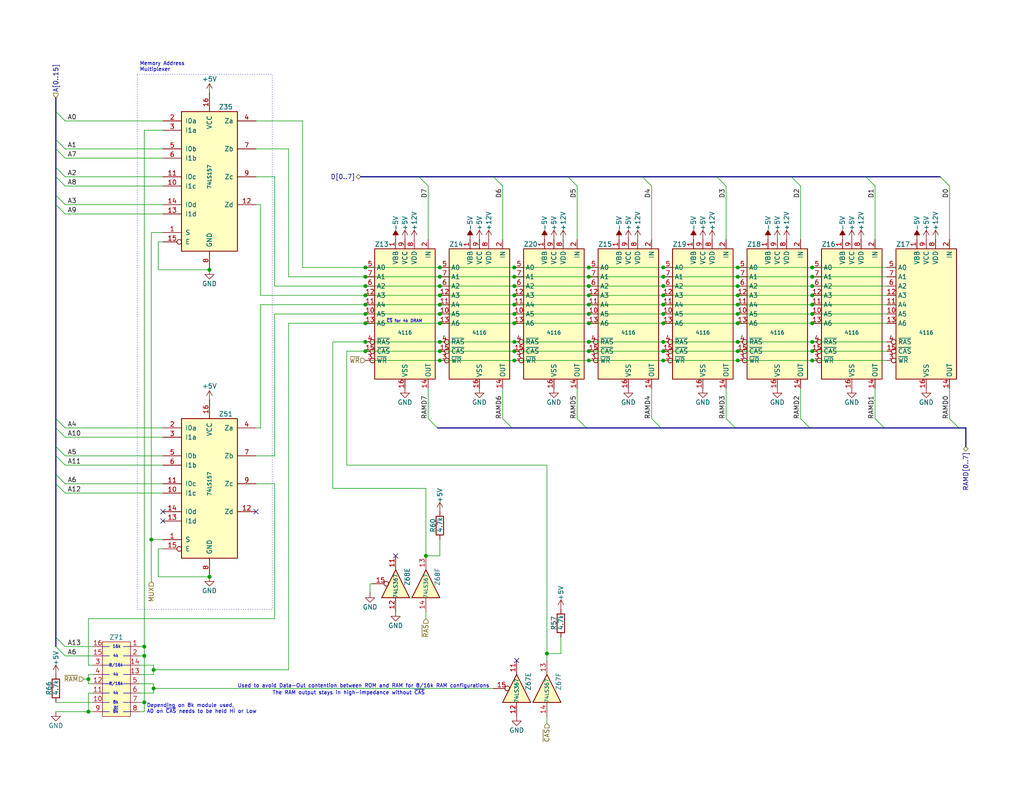
<source format=kicad_sch>
(kicad_sch (version 20231120) (generator "eeschema") (generator_version "8.0")
  (paper "USLetter")
  (title_block (title "TRS-80 Model I Rev E") (date "2024-11-23") (rev "E1A-E") (company "RetroStack - Marcel Erz") (comment 2 "RAM and data-bus gating") (comment 4 "RAM"))
  (lib_symbols
    (symbol "74xx:74LS157" (pin_names (offset 1.016))
      (property "Reference" "U" (at -7.62 19.05 0))
      (property "Value" "74LS157" (at -7.62 -21.59 0))
      (symbol "74LS157_1_0"
        (pin input line (at -12.7 -15.24 0) (length 5.08) (name "S") (number "1"))
        (pin input line (at -12.7 -2.54 0) (length 5.08) (name "I1c") (number "10"))
        (pin input line (at -12.7 0 0) (length 5.08) (name "I0c") (number "11"))
        (pin output line (at 12.7 -7.62 180) (length 5.08) (name "Zd") (number "12"))
        (pin input line (at -12.7 -10.16 0) (length 5.08) (name "I1d") (number "13"))
        (pin input line (at -12.7 -7.62 0) (length 5.08) (name "I0d") (number "14"))
        (pin input inverted (at -12.7 -17.78 0) (length 5.08) (name "E") (number "15"))
        (pin power_in line (at 0 22.86 270) (length 5.08) (name "VCC") (number "16"))
        (pin input line (at -12.7 15.24 0) (length 5.08) (name "I0a") (number "2"))
        (pin input line (at -12.7 12.7 0) (length 5.08) (name "I1a") (number "3"))
        (pin output line (at 12.7 15.24 180) (length 5.08) (name "Za") (number "4"))
        (pin input line (at -12.7 7.62 0) (length 5.08) (name "I0b") (number "5"))
        (pin input line (at -12.7 5.08 0) (length 5.08) (name "I1b") (number "6"))
        (pin output line (at 12.7 7.62 180) (length 5.08) (name "Zb") (number "7"))
        (pin power_in line (at 0 -25.4 90) (length 5.08) (name "GND") (number "8"))
        (pin output line (at 12.7 0 180) (length 5.08) (name "Zc") (number "9"))
      )
      (symbol "74LS157_1_1"
        (rectangle (start -7.62 17.78) (end 7.62 -20.32) (stroke (width 0.254)) (fill (type background)))
      )
    )
    (symbol "Device:R" (pin_numbers hide) (pin_names (offset 0))
      (property "Reference" "R" (at 2.032 0 90))
      (property "Value" "R" (at 0 0 90))
      (symbol "R_0_1"
        (rectangle (start -1.016 -2.54) (end 1.016 2.54) (stroke (width 0.254)))
      )
      (symbol "R_1_1"
        (pin passive line (at 0 3.81 270) (length 1.27) (name "~") (number "1"))
        (pin passive line (at 0 -3.81 90) (length 1.27) (name "~") (number "2"))
      )
    )
    (symbol "RetroStackLibrary:74LS367_Split" (pin_names (offset 1.016))
      (property "Reference" "U" (at 0 1.27 0))
      (property "Value" "74LS367" (at 0 -1.27 0))
      (symbol "74LS367_Split_1_0"
        (polyline (pts (xy -3.81 3.81) (xy -3.81 -3.81) (xy 3.81 0) (xy -3.81 3.81)) (stroke (width 0.254)) (fill (type background)))
        (pin input inverted (at 0 6.35 270) (length 4.445) (name "~") (number "1"))
        (pin input line (at -7.62 0 0) (length 3.81) (name "~") (number "2"))
        (pin tri_state line (at 7.62 0 180) (length 3.81) (name "~") (number "3"))
      )
      (symbol "74LS367_Split_2_0"
        (polyline (pts (xy -3.81 3.81) (xy -3.81 -3.81) (xy 3.81 0) (xy -3.81 3.81)) (stroke (width 0.254)) (fill (type background)))
        (pin input line (at -7.62 0 0) (length 3.81) (name "~") (number "4"))
        (pin tri_state line (at 7.62 0 180) (length 3.81) (name "~") (number "5"))
      )
      (symbol "74LS367_Split_3_0"
        (polyline (pts (xy -3.81 3.81) (xy -3.81 -3.81) (xy 3.81 0) (xy -3.81 3.81)) (stroke (width 0.254)) (fill (type background)))
        (pin input line (at -7.62 0 0) (length 3.81) (name "~") (number "6"))
        (pin tri_state line (at 7.62 0 180) (length 3.81) (name "~") (number "7"))
      )
      (symbol "74LS367_Split_4_0"
        (polyline (pts (xy -3.81 3.81) (xy -3.81 -3.81) (xy 3.81 0) (xy -3.81 3.81)) (stroke (width 0.254)) (fill (type background)))
        (pin input line (at -7.62 0 0) (length 3.81) (name "~") (number "10"))
        (pin tri_state line (at 7.62 0 180) (length 3.81) (name "~") (number "9"))
      )
      (symbol "74LS367_Split_5_0"
        (polyline (pts (xy -3.175 -2.54) (xy -3.175 -10.16) (xy 4.445 -6.35) (xy -3.175 -2.54)) (stroke (width 0.254)) (fill (type background)))
        (pin tri_state line (at 8.255 -6.35 180) (length 3.81) (name "~") (number "11"))
        (pin input line (at -6.985 -6.35 0) (length 3.81) (name "~") (number "12"))
        (pin input inverted (at 0.635 0 270) (length 4.445) (name "~") (number "15"))
      )
      (symbol "74LS367_Split_6_0"
        (polyline (pts (xy -3.81 3.81) (xy -3.81 -3.81) (xy 3.81 0) (xy -3.81 3.81)) (stroke (width 0.254)) (fill (type background)))
        (pin tri_state line (at 7.62 0 180) (length 3.81) (name "~") (number "13"))
        (pin input line (at -7.62 0 0) (length 3.81) (name "~") (number "14"))
      )
      (symbol "74LS367_Split_7_0"
        (pin power_in line (at 0 1.905 270) (length 5.08) (name "VCC") (number "16"))
        (pin power_in line (at 0 -23.495 90) (length 5.08) (name "GND") (number "8"))
      )
      (symbol "74LS367_Split_7_1"
        (rectangle (start -5.08 -3.175) (end 5.08 -18.415) (stroke (width 0.254)) (fill (type background)))
      )
    )
    (symbol "RetroStackLibrary:DRAM_4116"
      (property "Reference" "U" (at 0 0 0))
      (property "Value" "DRAM_4116" (at 0 0 0))
      (symbol "DRAM_4116_1_1"
        (rectangle (start -8.255 -4.445) (end 8.255 -40.005) (stroke (width 0.254)) (fill (type background)))
        (pin power_in line (at -2.54 -1.905 270) (length 2.54) (name "VBB") (number "1"))
        (pin input line (at -10.795 -22.225 0) (length 2.54) (name "A5") (number "10"))
        (pin input line (at -10.795 -19.685 0) (length 2.54) (name "A4") (number "11"))
        (pin input line (at -10.795 -17.145 0) (length 2.54) (name "A3") (number "12"))
        (pin input line (at -10.795 -24.765 0) (length 2.54) (name "A6") (number "13"))
        (pin tri_state line (at 6.35 -42.545 90) (length 2.54) (name "OUT") (number "14"))
        (pin input inverted (at -10.795 -32.385 0) (length 2.54) (name "~{CAS}") (number "15"))
        (pin power_in line (at 0 -42.545 90) (length 2.54) (name "VSS") (number "16"))
        (pin input line (at 6.35 -1.905 270) (length 2.54) (name "IN") (number "2"))
        (pin input inverted (at -10.795 -34.925 0) (length 2.54) (name "~{WR}") (number "3"))
        (pin input inverted (at -10.795 -29.845 0) (length 2.54) (name "~{RAS}") (number "4"))
        (pin input line (at -10.795 -9.525 0) (length 2.54) (name "A0") (number "5"))
        (pin input line (at -10.795 -14.605 0) (length 2.54) (name "A2") (number "6"))
        (pin input line (at -10.795 -12.065 0) (length 2.54) (name "A1") (number "7"))
        (pin power_in line (at 2.54 -1.905 270) (length 2.54) (name "VDD") (number "8"))
        (pin power_in line (at 0 -1.905 270) (length 2.54) (name "VCC") (number "9"))
      )
    )
    (symbol "RetroStackLibrary:TRS80_Model_I_X71"
      (property "Reference" "X" (at 0 0 0))
      (property "Value" "TRS80_Model_I_X71" (at 0 0 0))
      (symbol "TRS80_Model_I_X71_1_1"
        (rectangle (start -3.81 -1.27) (end 3.81 -21.59) (fill (type background)))
        (pin passive line (at 6.35 -2.54 180) (length 2.54) (name "~") (number "1"))
        (pin passive line (at -6.35 -17.78 0) (length 2.54) (name "~") (number "10"))
        (pin passive line (at -6.35 -15.24 0) (length 2.54) (name "~") (number "11"))
        (pin passive line (at -6.35 -12.7 0) (length 2.54) (name "~") (number "12"))
        (pin passive line (at 6.35 -10.16 180) (length 2.54) (name "~") (number "13"))
        (pin passive line (at 6.35 -7.62 180) (length 2.54) (name "~") (number "14"))
        (pin passive line (at -6.35 -5.08 0) (length 2.54) (name "~") (number "15"))
        (pin passive line (at -6.35 -2.54 0) (length 2.54) (name "~") (number "16"))
        (pin passive line (at 6.35 -5.08 180) (length 2.54) (name "~") (number "2"))
        (pin passive line (at -6.35 -7.62 0) (length 2.54) (name "~") (number "3"))
        (pin passive line (at -6.35 -10.16 0) (length 2.54) (name "~") (number "4"))
        (pin passive line (at 6.35 -12.7 180) (length 2.54) (name "~") (number "5"))
        (pin passive line (at 6.35 -15.24 180) (length 2.54) (name "~") (number "6"))
        (pin passive line (at 6.35 -17.78 180) (length 2.54) (name "~") (number "7"))
        (pin passive line (at 6.35 -20.32 180) (length 2.54) (name "~") (number "8"))
        (pin passive line (at -6.35 -20.32 0) (length 2.54) (name "~") (number "9"))
      )
    )
    (symbol "power:+12V" (power) (pin_numbers hide) (pin_names (offset 0) hide)
      (property "Value" "+12V" (at 0 3.556 0))
      (symbol "+12V_0_1"
        (polyline (pts (xy -0.762 1.27) (xy 0 2.54)))
        (polyline (pts (xy 0 0) (xy 0 2.54)))
        (polyline (pts (xy 0 2.54) (xy 0.762 1.27)))
      )
      (symbol "+12V_1_1"
        (pin power_in line (at 0 0 90) (length 0) (name "~") (number "1"))
      )
    )
    (symbol "power:+5V" (power) (pin_numbers hide) (pin_names (offset 0) hide)
      (property "Value" "+5V" (at 0 3.556 0))
      (symbol "+5V_0_1"
        (polyline (pts (xy -0.762 1.27) (xy 0 2.54)))
        (polyline (pts (xy 0 0) (xy 0 2.54)))
        (polyline (pts (xy 0 2.54) (xy 0.762 1.27)))
      )
      (symbol "+5V_1_1"
        (pin power_in line (at 0 0 90) (length 0) (name "~") (number "1"))
      )
    )
    (symbol "power:-5V" (power) (pin_numbers hide) (pin_names (offset 0) hide)
      (property "Value" "-5V" (at 0 3.556 0))
      (symbol "-5V_0_0"
        (pin power_in line (at 0 0 90) (length 0) (name "~") (number "1"))
      )
      (symbol "-5V_0_1"
        (polyline (pts (xy 0 0) (xy 0 1.27) (xy 0.762 1.27) (xy 0 2.54) (xy -0.762 1.27) (xy 0 1.27)) (fill (type outline)))
      )
    )
    (symbol "power:GND" (power) (pin_numbers hide) (pin_names (offset 0) hide)
      (property "Value" "GND" (at 0 -3.81 0))
      (symbol "GND_0_1"
        (polyline (pts (xy 0 0) (xy 0 -1.27) (xy 1.27 -1.27) (xy 0 -2.54) (xy -1.27 -1.27) (xy 0 -1.27)))
      )
      (symbol "GND_1_1"
        (pin power_in line (at 0 0 270) (length 0) (name "~") (number "1"))
      )
    )
  )
  (junction (at 116.205 151.765))
  (junction (at 201.295 83.185))
  (junction (at 140.335 98.425))
  (junction (at 140.335 93.345))
  (junction (at 41.275 147.32))
  (junction (at 120.015 85.725))
  (junction (at 160.655 75.565))
  (junction (at 201.295 88.265))
  (junction (at 221.615 88.265))
  (junction (at 180.975 98.425))
  (junction (at 180.975 73.025))
  (junction (at 221.615 75.565))
  (junction (at 57.15 73.66))
  (junction (at 140.335 78.105))
  (junction (at 99.695 85.725))
  (junction (at 180.975 78.105))
  (junction (at 221.615 83.185))
  (junction (at 201.295 95.885))
  (junction (at 221.615 80.645))
  (junction (at 140.335 95.885))
  (junction (at 221.615 95.885))
  (junction (at 99.695 93.345))
  (junction (at 180.975 83.185))
  (junction (at 201.295 78.105))
  (junction (at 99.695 75.565))
  (junction (at 140.335 75.565))
  (junction (at 160.655 83.185))
  (junction (at 39.37 176.53))
  (junction (at 24.13 194.31))
  (junction (at 41.91 182.88))
  (junction (at 221.615 73.025))
  (junction (at 99.695 78.105))
  (junction (at 140.335 83.185))
  (junction (at 160.655 95.885))
  (junction (at 99.695 83.185))
  (junction (at 180.975 80.645))
  (junction (at 120.015 83.185))
  (junction (at 160.655 98.425))
  (junction (at 39.37 179.07))
  (junction (at 99.695 88.265))
  (junction (at 201.295 98.425))
  (junction (at 160.655 85.725))
  (junction (at 180.975 88.265))
  (junction (at 221.615 93.345))
  (junction (at 221.615 85.725))
  (junction (at 140.335 85.725))
  (junction (at 24.13 185.42))
  (junction (at 140.335 80.645))
  (junction (at 160.655 78.105))
  (junction (at 99.695 80.645))
  (junction (at 160.655 93.345))
  (junction (at 201.295 93.345))
  (junction (at 221.615 78.105))
  (junction (at 201.295 85.725))
  (junction (at 120.015 73.025))
  (junction (at 39.37 191.77))
  (junction (at 99.695 73.025))
  (junction (at 140.335 88.265))
  (junction (at 120.015 75.565))
  (junction (at 160.655 80.645))
  (junction (at 180.975 93.345))
  (junction (at 221.615 98.425))
  (junction (at 140.335 73.025))
  (junction (at 201.295 75.565))
  (junction (at 99.695 95.885))
  (junction (at 120.015 88.265))
  (junction (at 41.91 187.96))
  (junction (at 180.975 75.565))
  (junction (at 201.295 73.025))
  (junction (at 160.655 88.265))
  (junction (at 120.015 98.425))
  (junction (at 149.225 178.435))
  (junction (at 120.015 95.885))
  (junction (at 160.655 73.025))
  (junction (at 120.015 93.345))
  (junction (at 120.015 80.645))
  (junction (at 57.15 157.48))
  (junction (at 201.295 80.645))
  (junction (at 180.975 85.725))
  (junction (at 120.015 78.105))
  (junction (at 180.975 95.885))
  (no_connect (at 107.95 151.765))
  (no_connect (at 44.45 139.7))
  (no_connect (at 69.85 139.7))
  (no_connect (at 140.97 180.34))
  (no_connect (at 44.45 142.24))
  (bus_entry (at 17.78 50.8) (size -2.54 -2.54))
  (bus_entry (at 238.76 114.3) (size 2.54 2.54))
  (bus_entry (at 116.84 50.8) (size -2.54 -2.54))
  (bus_entry (at 17.78 48.26) (size -2.54 -2.54))
  (bus_entry (at 17.78 124.46) (size -2.54 -2.54))
  (bus_entry (at 17.78 55.88) (size -2.54 -2.54))
  (bus_entry (at 198.12 114.3) (size 2.54 2.54))
  (bus_entry (at 17.78 179.07) (size -2.54 -2.54))
  (bus_entry (at 137.16 50.8) (size -2.54 -2.54))
  (bus_entry (at 17.78 176.53) (size -2.54 -2.54))
  (bus_entry (at 218.44 50.8) (size -2.54 -2.54))
  (bus_entry (at 17.78 119.38) (size -2.54 -2.54))
  (bus_entry (at 17.78 58.42) (size -2.54 -2.54))
  (bus_entry (at 157.48 114.3) (size 2.54 2.54))
  (bus_entry (at 17.78 43.18) (size -2.54 -2.54))
  (bus_entry (at 17.78 127) (size -2.54 -2.54))
  (bus_entry (at 17.78 116.84) (size -2.54 -2.54))
  (bus_entry (at 238.76 50.8) (size -2.54 -2.54))
  (bus_entry (at 218.44 114.3) (size 2.54 2.54))
  (bus_entry (at 17.78 33.02) (size -2.54 -2.54))
  (bus_entry (at 17.78 40.64) (size -2.54 -2.54))
  (bus_entry (at 137.16 114.3) (size 2.54 2.54))
  (bus_entry (at 177.8 114.3) (size 2.54 2.54))
  (bus_entry (at 17.78 134.62) (size -2.54 -2.54))
  (bus_entry (at 259.08 114.3) (size 2.54 2.54))
  (bus_entry (at 116.84 114.3) (size 2.54 2.54))
  (bus_entry (at 17.78 132.08) (size -2.54 -2.54))
  (bus_entry (at 198.12 50.8) (size -2.54 -2.54))
  (bus_entry (at 259.08 50.8) (size -2.54 -2.54))
  (bus_entry (at 177.8 50.8) (size -2.54 -2.54))
  (bus_entry (at 157.48 50.8) (size -2.54 -2.54))
  (wire (pts (xy 99.695 85.725) (xy 120.015 85.725)))
  (bus (pts (xy 180.34 116.84) (xy 200.66 116.84)))
  (wire (pts (xy 221.615 73.025) (xy 241.935 73.025)))
  (wire (pts (xy 78.74 88.265) (xy 78.74 182.88)))
  (wire (pts (xy 78.74 40.64) (xy 78.74 75.565)))
  (wire (pts (xy 41.275 63.5) (xy 41.275 147.32)))
  (wire (pts (xy 160.655 73.025) (xy 180.975 73.025)))
  (wire (pts (xy 140.335 80.645) (xy 160.655 80.645)))
  (wire (pts (xy 198.12 50.8) (xy 198.12 65.405)))
  (bus (pts (xy 241.3 116.84) (xy 261.62 116.84)))
  (wire (pts (xy 221.615 98.425) (xy 241.935 98.425)))
  (wire (pts (xy 140.335 83.185) (xy 160.655 83.185)))
  (wire (pts (xy 39.37 176.53) (xy 39.37 179.07)))
  (wire (pts (xy 24.13 185.42) (xy 24.13 184.15)))
  (wire (pts (xy 259.08 106.045) (xy 259.08 114.3)))
  (wire (pts (xy 69.85 33.02) (xy 82.55 33.02)))
  (wire (pts (xy 38.1 194.31) (xy 39.37 194.31)))
  (wire (pts (xy 201.295 73.025) (xy 221.615 73.025)))
  (wire (pts (xy 221.615 95.885) (xy 241.935 95.885)))
  (wire (pts (xy 69.85 48.26) (xy 74.93 48.26)))
  (wire (pts (xy 201.295 75.565) (xy 221.615 75.565)))
  (wire (pts (xy 90.805 93.345) (xy 99.695 93.345)))
  (wire (pts (xy 180.975 75.565) (xy 201.295 75.565)))
  (wire (pts (xy 41.91 182.88) (xy 78.74 182.88)))
  (bus (pts (xy 236.22 48.26) (xy 256.54 48.26)))
  (wire (pts (xy 120.015 85.725) (xy 140.335 85.725)))
  (wire (pts (xy 180.975 98.425) (xy 201.295 98.425)))
  (wire (pts (xy 221.615 80.645) (xy 241.935 80.645)))
  (wire (pts (xy 41.91 181.61) (xy 41.91 182.88)))
  (wire (pts (xy 160.655 93.345) (xy 180.975 93.345)))
  (wire (pts (xy 157.48 106.045) (xy 157.48 114.3)))
  (wire (pts (xy 160.655 85.725) (xy 180.975 85.725)))
  (wire (pts (xy 180.975 85.725) (xy 201.295 85.725)))
  (wire (pts (xy 41.91 189.23) (xy 38.1 189.23)))
  (wire (pts (xy 149.225 178.435) (xy 153.035 178.435)))
  (bus (pts (xy 119.38 116.84) (xy 139.7 116.84)))
  (wire (pts (xy 201.295 80.645) (xy 221.615 80.645)))
  (wire (pts (xy 160.655 98.425) (xy 180.975 98.425)))
  (wire (pts (xy 17.78 119.38) (xy 44.45 119.38)))
  (wire (pts (xy 149.225 178.435) (xy 149.225 180.34)))
  (bus (pts (xy 15.24 173.99) (xy 15.24 132.08)))
  (polyline (pts (xy 33.655 181.61) (xy 35.56 181.61)))
  (polyline (pts (xy 33.655 176.53) (xy 35.56 176.53)))
  (wire (pts (xy 99.695 83.185) (xy 120.015 83.185)))
  (wire (pts (xy 78.74 88.265) (xy 99.695 88.265)))
  (wire (pts (xy 41.275 147.32) (xy 44.45 147.32)))
  (wire (pts (xy 38.1 186.69) (xy 41.91 186.69)))
  (wire (pts (xy 180.975 88.265) (xy 201.295 88.265)))
  (wire (pts (xy 100.965 159.385) (xy 101.6 159.385)))
  (wire (pts (xy 22.86 185.42) (xy 24.13 185.42)))
  (wire (pts (xy 38.1 181.61) (xy 41.91 181.61)))
  (wire (pts (xy 17.78 58.42) (xy 44.45 58.42)))
  (wire (pts (xy 116.205 133.35) (xy 90.805 133.35)))
  (wire (pts (xy 116.84 106.045) (xy 116.84 114.3)))
  (bus (pts (xy 15.24 53.34) (xy 15.24 48.26)))
  (bus (pts (xy 220.98 116.84) (xy 241.3 116.84)))
  (wire (pts (xy 15.24 191.77) (xy 25.4 191.77)))
  (wire (pts (xy 149.225 127) (xy 149.225 178.435)))
  (wire (pts (xy 69.85 55.88) (xy 71.12 55.88)))
  (wire (pts (xy 201.295 98.425) (xy 221.615 98.425)))
  (bus (pts (xy 15.24 55.88) (xy 15.24 53.34)))
  (wire (pts (xy 41.91 187.96) (xy 41.91 189.23)))
  (wire (pts (xy 218.44 65.405) (xy 218.44 50.8)))
  (wire (pts (xy 140.335 95.885) (xy 160.655 95.885)))
  (wire (pts (xy 160.655 95.885) (xy 180.975 95.885)))
  (bus (pts (xy 263.525 116.84) (xy 263.525 121.92)))
  (wire (pts (xy 120.015 75.565) (xy 140.335 75.565)))
  (wire (pts (xy 71.12 116.84) (xy 69.85 116.84)))
  (wire (pts (xy 74.93 85.725) (xy 99.695 85.725)))
  (wire (pts (xy 120.015 93.345) (xy 140.335 93.345)))
  (polyline (pts (xy 33.655 186.69) (xy 35.56 186.69)))
  (wire (pts (xy 17.78 43.18) (xy 44.45 43.18)))
  (wire (pts (xy 43.18 66.04) (xy 44.45 66.04)))
  (bus (pts (xy 15.24 116.84) (xy 15.24 114.3)))
  (bus (pts (xy 15.24 114.3) (xy 15.24 55.88)))
  (wire (pts (xy 74.93 48.26) (xy 74.93 78.105)))
  (wire (pts (xy 120.015 98.425) (xy 140.335 98.425)))
  (wire (pts (xy 160.655 88.265) (xy 180.975 88.265)))
  (wire (pts (xy 140.335 73.025) (xy 160.655 73.025)))
  (wire (pts (xy 82.55 33.02) (xy 82.55 73.025)))
  (wire (pts (xy 17.78 40.64) (xy 44.45 40.64)))
  (bus (pts (xy 15.24 124.46) (xy 15.24 129.54)))
  (wire (pts (xy 201.295 88.265) (xy 221.615 88.265)))
  (wire (pts (xy 17.78 55.88) (xy 44.45 55.88)))
  (wire (pts (xy 137.16 106.045) (xy 137.16 114.3)))
  (wire (pts (xy 198.12 106.045) (xy 198.12 114.3)))
  (wire (pts (xy 177.8 106.045) (xy 177.8 114.3)))
  (bus (pts (xy 15.24 40.64) (xy 15.24 38.1)))
  (polyline (pts (xy 33.655 191.77) (xy 35.56 191.77)))
  (wire (pts (xy 160.655 83.185) (xy 180.975 83.185)))
  (wire (pts (xy 43.18 157.48) (xy 57.15 157.48)))
  (wire (pts (xy 24.13 181.61) (xy 25.4 181.61)))
  (wire (pts (xy 120.015 95.885) (xy 140.335 95.885)))
  (wire (pts (xy 17.78 124.46) (xy 44.45 124.46)))
  (polyline (pts (xy 33.655 189.23) (xy 35.56 189.23)))
  (wire (pts (xy 99.695 88.265) (xy 120.015 88.265)))
  (wire (pts (xy 116.205 168.91) (xy 116.205 167.005)))
  (wire (pts (xy 160.655 78.105) (xy 180.975 78.105)))
  (wire (pts (xy 218.44 106.045) (xy 218.44 114.3)))
  (wire (pts (xy 140.335 75.565) (xy 160.655 75.565)))
  (wire (pts (xy 39.37 179.07) (xy 39.37 191.77)))
  (wire (pts (xy 38.1 179.07) (xy 39.37 179.07)))
  (wire (pts (xy 17.78 50.8) (xy 44.45 50.8)))
  (bus (pts (xy 15.24 132.08) (xy 15.24 129.54)))
  (wire (pts (xy 71.12 83.185) (xy 99.695 83.185)))
  (wire (pts (xy 180.975 78.105) (xy 201.295 78.105)))
  (wire (pts (xy 17.78 176.53) (xy 25.4 176.53)))
  (wire (pts (xy 99.695 78.105) (xy 120.015 78.105)))
  (wire (pts (xy 17.78 33.02) (xy 44.45 33.02)))
  (wire (pts (xy 221.615 78.105) (xy 241.935 78.105)))
  (wire (pts (xy 71.12 55.88) (xy 71.12 80.645)))
  (wire (pts (xy 39.37 191.77) (xy 38.1 191.77)))
  (wire (pts (xy 94.615 95.885) (xy 99.695 95.885)))
  (wire (pts (xy 201.295 95.885) (xy 221.615 95.885)))
  (wire (pts (xy 120.015 73.025) (xy 140.335 73.025)))
  (wire (pts (xy 116.205 151.765) (xy 116.205 133.35)))
  (wire (pts (xy 120.015 80.645) (xy 140.335 80.645)))
  (wire (pts (xy 259.08 50.8) (xy 259.08 65.405)))
  (wire (pts (xy 99.695 93.345) (xy 120.015 93.345)))
  (wire (pts (xy 99.695 75.565) (xy 120.015 75.565)))
  (wire (pts (xy 24.13 189.23) (xy 24.13 194.31)))
  (bus (pts (xy 175.26 48.26) (xy 195.58 48.26)))
  (wire (pts (xy 201.295 78.105) (xy 221.615 78.105)))
  (bus (pts (xy 15.24 124.46) (xy 15.24 121.92)))
  (wire (pts (xy 43.18 149.86) (xy 44.45 149.86)))
  (wire (pts (xy 24.13 168.91) (xy 24.13 181.61)))
  (wire (pts (xy 120.015 88.265) (xy 140.335 88.265)))
  (wire (pts (xy 69.85 132.08) (xy 74.93 132.08)))
  (polyline (pts (xy 27.94 191.77) (xy 29.845 191.77)))
  (wire (pts (xy 38.1 176.53) (xy 39.37 176.53)))
  (wire (pts (xy 99.695 73.025) (xy 120.015 73.025)))
  (wire (pts (xy 74.93 168.91) (xy 24.13 168.91)))
  (wire (pts (xy 78.74 75.565) (xy 99.695 75.565)))
  (wire (pts (xy 180.975 80.645) (xy 201.295 80.645)))
  (wire (pts (xy 157.48 50.8) (xy 157.48 65.405)))
  (wire (pts (xy 17.78 127) (xy 44.45 127)))
  (wire (pts (xy 180.975 95.885) (xy 201.295 95.885)))
  (wire (pts (xy 116.84 50.8) (xy 116.84 65.405)))
  (bus (pts (xy 15.24 40.64) (xy 15.24 45.72)))
  (wire (pts (xy 99.695 95.885) (xy 120.015 95.885)))
  (polyline (pts (xy 27.94 181.61) (xy 29.845 181.61)))
  (wire (pts (xy 74.93 132.08) (xy 74.93 168.91)))
  (wire (pts (xy 41.275 147.32) (xy 41.275 158.75)))
  (wire (pts (xy 24.13 185.42) (xy 24.13 186.69)))
  (polyline (pts (xy 27.94 189.23) (xy 29.845 189.23)))
  (bus (pts (xy 15.24 173.99) (xy 15.24 176.53)))
  (bus (pts (xy 200.66 116.84) (xy 220.98 116.84)))
  (wire (pts (xy 39.37 194.31) (xy 39.37 191.77)))
  (wire (pts (xy 17.78 48.26) (xy 44.45 48.26)))
  (wire (pts (xy 153.035 173.99) (xy 153.035 178.435)))
  (wire (pts (xy 43.18 73.66) (xy 57.15 73.66)))
  (wire (pts (xy 94.615 127) (xy 149.225 127)))
  (wire (pts (xy 69.85 124.46) (xy 74.93 124.46)))
  (polyline (pts (xy 33.655 184.15) (xy 35.56 184.15)))
  (wire (pts (xy 74.93 78.105) (xy 99.695 78.105)))
  (wire (pts (xy 120.015 83.185) (xy 140.335 83.185)))
  (wire (pts (xy 201.295 93.345) (xy 221.615 93.345)))
  (polyline (pts (xy 27.94 176.53) (xy 29.845 176.53)))
  (bus (pts (xy 15.24 48.26) (xy 15.24 45.72)))
  (bus (pts (xy 114.3 48.26) (xy 134.62 48.26)))
  (wire (pts (xy 17.78 179.07) (xy 25.4 179.07)))
  (wire (pts (xy 120.015 78.105) (xy 140.335 78.105)))
  (wire (pts (xy 140.335 98.425) (xy 160.655 98.425)))
  (wire (pts (xy 221.615 75.565) (xy 241.935 75.565)))
  (bus (pts (xy 215.9 48.26) (xy 236.22 48.26)))
  (polyline (pts (xy 33.655 179.07) (xy 35.56 179.07)))
  (bus (pts (xy 154.94 48.26) (xy 175.26 48.26)))
  (wire (pts (xy 43.18 66.04) (xy 43.18 73.66)))
  (wire (pts (xy 137.16 65.405) (xy 137.16 50.8)))
  (wire (pts (xy 24.13 194.31) (xy 25.4 194.31)))
  (wire (pts (xy 221.615 85.725) (xy 241.935 85.725)))
  (wire (pts (xy 17.78 134.62) (xy 44.45 134.62)))
  (wire (pts (xy 180.975 83.185) (xy 201.295 83.185)))
  (wire (pts (xy 238.76 50.8) (xy 238.76 65.405)))
  (wire (pts (xy 238.76 106.045) (xy 238.76 114.3)))
  (wire (pts (xy 100.965 161.925) (xy 100.965 159.385)))
  (bus (pts (xy 15.24 38.1) (xy 15.24 30.48)))
  (bus (pts (xy 134.62 48.26) (xy 154.94 48.26)))
  (polyline (pts (xy 27.94 186.69) (xy 29.845 186.69)))
  (wire (pts (xy 221.615 83.185) (xy 241.935 83.185)))
  (wire (pts (xy 41.91 187.96) (xy 41.91 186.69)))
  (wire (pts (xy 82.55 73.025) (xy 99.695 73.025)))
  (wire (pts (xy 120.015 147.32) (xy 120.015 151.765)))
  (wire (pts (xy 39.37 35.56) (xy 39.37 176.53)))
  (wire (pts (xy 90.805 133.35) (xy 90.805 93.345)))
  (polyline (pts (xy 27.94 184.15) (xy 29.845 184.15)))
  (wire (pts (xy 71.12 116.84) (xy 71.12 83.185)))
  (wire (pts (xy 44.45 63.5) (xy 41.275 63.5)))
  (polyline (pts (xy 27.94 179.07) (xy 29.845 179.07)))
  (wire (pts (xy 41.91 187.96) (xy 134.62 187.96)))
  (bus (pts (xy 160.02 116.84) (xy 180.34 116.84)))
  (wire (pts (xy 71.12 80.645) (xy 99.695 80.645)))
  (wire (pts (xy 177.8 65.405) (xy 177.8 50.8)))
  (wire (pts (xy 160.655 75.565) (xy 180.975 75.565)))
  (polyline (pts (xy 27.94 194.31) (xy 29.845 194.31)))
  (polyline (pts (xy 33.655 194.31) (xy 35.56 194.31)))
  (bus (pts (xy 15.24 30.48) (xy 15.24 26.67)))
  (wire (pts (xy 41.91 184.15) (xy 38.1 184.15)))
  (wire (pts (xy 39.37 35.56) (xy 44.45 35.56)))
  (wire (pts (xy 43.18 149.86) (xy 43.18 157.48)))
  (wire (pts (xy 149.225 197.485) (xy 149.225 195.58)))
  (bus (pts (xy 98.425 48.26) (xy 114.3 48.26)))
  (wire (pts (xy 140.335 93.345) (xy 160.655 93.345)))
  (wire (pts (xy 69.85 40.64) (xy 78.74 40.64)))
  (wire (pts (xy 17.78 116.84) (xy 44.45 116.84)))
  (wire (pts (xy 201.295 85.725) (xy 221.615 85.725)))
  (wire (pts (xy 221.615 88.265) (xy 241.935 88.265)))
  (wire (pts (xy 24.13 186.69) (xy 25.4 186.69)))
  (wire (pts (xy 120.015 151.765) (xy 116.205 151.765)))
  (wire (pts (xy 99.695 80.645) (xy 120.015 80.645)))
  (wire (pts (xy 74.93 124.46) (xy 74.93 85.725)))
  (wire (pts (xy 140.335 85.725) (xy 160.655 85.725)))
  (bus (pts (xy 261.62 116.84) (xy 263.525 116.84)))
  (wire (pts (xy 25.4 184.15) (xy 24.13 184.15)))
  (wire (pts (xy 160.655 80.645) (xy 180.975 80.645)))
  (wire (pts (xy 99.695 98.425) (xy 120.015 98.425)))
  (wire (pts (xy 201.295 83.185) (xy 221.615 83.185)))
  (wire (pts (xy 180.975 73.025) (xy 201.295 73.025)))
  (wire (pts (xy 41.91 182.88) (xy 41.91 184.15)))
  (bus (pts (xy 15.24 116.84) (xy 15.24 121.92)))
  (wire (pts (xy 221.615 93.345) (xy 241.935 93.345)))
  (wire (pts (xy 180.975 93.345) (xy 201.295 93.345)))
  (wire (pts (xy 140.335 78.105) (xy 160.655 78.105)))
  (bus (pts (xy 195.58 48.26) (xy 215.9 48.26)))
  (wire (pts (xy 25.4 189.23) (xy 24.13 189.23)))
  (wire (pts (xy 17.78 132.08) (xy 44.45 132.08)))
  (wire (pts (xy 140.335 88.265) (xy 160.655 88.265)))
  (bus (pts (xy 139.7 116.84) (xy 160.02 116.84)))
  (wire (pts (xy 15.24 194.31) (xy 24.13 194.31)))
  (wire (pts (xy 94.615 95.885) (xy 94.615 127)))
  (rectangle (start 37.465 20.32) (end 74.295 166.37) (stroke (width 0) (type dot)))
  (text "8k" (at 32.385 192.405 0) (effects (font (size 0.8 0.8)) (justify right bottom)))
  (text "4k" (at 32.385 189.865 0) (effects (font (size 0.8 0.8)) (justify right bottom)))
  (text "Memory Address\nMultiplexer" (at 38.1 19.685 0) (effects (font (size 1 1)) (justify left bottom)))
  (text "~{8k}" (at 32.385 194.945 0) (effects (font (size 0.8 0.8)) (justify right bottom)))
  (text "The RAM output stays in high-impedance without ~{CAS}" (at 74.295 189.865 0) (effects (font (size 1 1)) (justify left bottom)))
  (text "8/16k" (at 33.655 187.325 0) (effects (font (size 0.8 0.8)) (justify right bottom)))
  (text "Used to avoid Data-Out contention between ROM and RAM for 8/16k RAM configurations" (at 64.77 187.96 0) (effects (font (size 1 1)) (justify left bottom)))
  (text "~{CS} for 4k DRAM" (at 105.41 88.265 0) (effects (font (size 0.8 0.8)) (justify left bottom)))
  (text "8/16k" (at 33.655 182.245 0) (effects (font (size 0.8 0.8)) (justify right bottom)))
  (text "Depending on 8k module used, \nA0 on ~{CAS} needs to be held Hi or Low" (at 40.005 194.945 0) (effects (font (size 1 1)) (justify left bottom)))
  (text "4k" (at 32.385 179.705 0) (effects (font (size 0.8 0.8)) (justify right bottom)))
  (text "4k" (at 32.385 184.785 0) (effects (font (size 0.8 0.8)) (justify right bottom)))
  (text "or" (at 32.385 193.675 0) (effects (font (size 0.8 0.8)) (justify right bottom)))
  (text "16k" (at 33.02 177.165 0) (effects (font (size 0.8 0.8)) (justify right bottom)))
  (label "A6" (at 18.415 179.07 0))
  (label "A1" (at 18.415 40.64 0))
  (label "D2" (at 218.44 51.435 270))
  (label "A10" (at 18.415 119.38 0))
  (label "A7" (at 18.415 43.18 0))
  (label "A6" (at 18.415 132.08 0))
  (label "A11" (at 18.415 127 0))
  (label "RAMD7" (at 116.84 107.95 270))
  (label "A13" (at 18.415 176.53 0))
  (label "RAMD6" (at 137.16 107.95 270))
  (label "A9" (at 18.415 58.42 0))
  (label "A0" (at 18.415 33.02 0))
  (label "RAMD3" (at 198.12 107.95 270))
  (label "D3" (at 198.12 51.435 270))
  (label "D0" (at 259.08 51.435 270))
  (label "RAMD4" (at 177.8 107.95 270))
  (label "D5" (at 157.48 51.435 270))
  (label "RAMD1" (at 238.76 107.95 270))
  (label "A12" (at 18.415 134.62 0))
  (label "D4" (at 177.8 51.435 270))
  (label "A4" (at 18.415 116.84 0))
  (label "D6" (at 137.16 51.435 270))
  (label "A3" (at 18.415 55.88 0))
  (label "RAMD0" (at 259.08 107.95 270))
  (label "A8" (at 18.415 50.8 0))
  (label "A5" (at 18.415 124.46 0))
  (label "A2" (at 18.415 48.26 0))
  (label "D7" (at 116.84 51.435 270))
  (label "RAMD2" (at 218.44 107.95 270))
  (label "RAMD5" (at 157.48 107.95 270))
  (label "D1" (at 238.76 51.435 270))
  (hierarchical_label "~{WR}" (shape input) (at 99.695 98.425 180))
  (hierarchical_label "A[0..15]" (shape input) (at 15.24 26.67 90))
  (hierarchical_label "~{CAS}" (shape input) (at 149.225 197.485 270))
  (hierarchical_label "~{RAS}" (shape input) (at 116.205 168.91 270))
  (hierarchical_label "~{RAM}" (shape input) (at 22.86 185.42 180))
  (hierarchical_label "D[0..7]" (shape bidirectional) (at 98.425 48.26 180))
  (hierarchical_label "RAMD[0..7]" (shape bidirectional) (at 263.525 121.92 270))
  (hierarchical_label "MUX" (shape input) (at 41.275 158.75 270))
  (symbol (lib_id "RetroStackLibrary:74LS367_Split") (at 116.205 159.385 90) (unit 6)
    (property "Reference" "Z68" (at 119.38 157.48 0))
    (property "Value" "74LS367" (at 116.205 160.02 0) (effects (font (size 1 1))))
    (property "Footprint" "RetroStackLibrary:TRS80_Model_I_DIP16" (effects (hide yes)))
    (property "Datasheet" "https://www.ti.com/lit/ds/symlink/sn74ls367a.pdf" (effects (hide yes)))
  )
  (symbol (lib_id "power:+5V") (at 57.15 25.4 0) (unit 1)
    (property "Reference" "#PWR0176" (effects (hide yes)))
    (property "Value" "+5V" (at 57.15 21.59 0))
    (property "Description" "Power symbol creates a global label with name \"+5V\"" (effects (hide yes)))
  )
  (symbol (lib_id "power:-5V") (at 229.87 65.405 0) (unit 1)
    (property "Reference" "#PWR0160" (effects (hide yes)))
    (property "Value" "-5V" (at 229.87 60.96 90))
    (property "Description" "Power symbol creates a global label with name \"-5V\"" (effects (hide yes)))
  )
  (symbol (lib_id "power:GND") (at 57.15 73.66 0) (unit 1)
    (property "Reference" "#PWR0178" (effects (hide yes)))
    (property "Value" "GND" (at 57.15 77.47 0))
    (property "Description" "Power symbol creates a global label with name \"GND\" , ground" (effects (hide yes)))
  )
  (symbol (lib_id "power:+12V") (at 255.27 65.405 0) (unit 1)
    (property "Reference" "#PWR0165" (effects (hide yes)))
    (property "Value" "+12V" (at 255.27 60.325 90))
    (property "Description" "Power symbol creates a global label with name \"+12V\"" (effects (hide yes)))
  )
  (symbol (lib_id "RetroStackLibrary:DRAM_4116") (at 151.13 63.5 0) (unit 1)
    (property "Reference" "Z20" (at 142.875 66.675 0) (effects (justify left)))
    (property "Value" "4116" (at 151.13 90.805 0) (effects (font (size 1 1))))
    (property "Footprint" "RetroStackLibrary:TRS80_Model_I_DIP16" (effects (hide yes)))
    (property "Datasheet" "https://wiki.console5.com/tw/images/8/85/MK4116.pdf" (effects (hide yes)))
  )
  (symbol (lib_id "power:-5V") (at 250.19 65.405 0) (unit 1)
    (property "Reference" "#PWR0163" (effects (hide yes)))
    (property "Value" "-5V" (at 250.19 60.96 90))
    (property "Description" "Power symbol creates a global label with name \"-5V\"" (effects (hide yes)))
  )
  (symbol (lib_id "Device:R") (at 153.035 170.18 0) (unit 1)
    (property "Reference" "R57" (at 151.13 172.085 90) (effects (justify left)))
    (property "Value" "4.7k" (at 153.035 172.085 90) (effects (justify left)))
    (property "Footprint" "RetroStackLibrary:TRS80_Model_I_R_0.25W" (effects (hide yes)))
  )
  (symbol (lib_id "power:GND") (at 130.81 106.045 0) (unit 1)
    (property "Reference" "#PWR0166" (effects (hide yes)))
    (property "Value" "GND" (at 130.81 109.855 0))
    (property "Description" "Power symbol creates a global label with name \"GND\" , ground" (effects (hide yes)))
  )
  (symbol (lib_id "power:GND") (at 57.15 157.48 0) (unit 1)
    (property "Reference" "#PWR0179" (effects (hide yes)))
    (property "Value" "GND" (at 57.15 161.29 0))
    (property "Description" "Power symbol creates a global label with name \"GND\" , ground" (effects (hide yes)))
  )
  (symbol (lib_id "power:+5V") (at 232.41 65.405 0) (unit 1)
    (property "Reference" "#PWR0161" (effects (hide yes)))
    (property "Value" "+5V" (at 232.41 60.96 90))
    (property "Description" "Power symbol creates a global label with name \"+5V\"" (effects (hide yes)))
  )
  (symbol (lib_id "power:GND") (at 252.73 106.045 0) (unit 1)
    (property "Reference" "#PWR0172" (effects (hide yes)))
    (property "Value" "GND" (at 252.73 109.855 0))
    (property "Description" "Power symbol creates a global label with name \"GND\" , ground" (effects (hide yes)))
  )
  (symbol (lib_id "RetroStackLibrary:74LS367_Split") (at 134.62 188.595 90) (unit 5)
    (property "Reference" "Z67" (at 144.145 186.055 0))
    (property "Value" "74LS367" (at 140.97 188.595 0) (effects (font (size 1 1))))
    (property "Footprint" "RetroStackLibrary:TRS80_Model_I_DIP16" (effects (hide yes)))
    (property "Datasheet" "https://www.ti.com/lit/ds/symlink/sn74ls367a.pdf" (effects (hide yes)))
  )
  (symbol (lib_id "power:+5V") (at 130.81 65.405 0) (unit 1)
    (property "Reference" "#PWR0146" (effects (hide yes)))
    (property "Value" "+5V" (at 130.81 60.96 90))
    (property "Description" "Power symbol creates a global label with name \"+5V\"" (effects (hide yes)))
  )
  (symbol (lib_id "power:GND") (at 100.965 161.925 0) (unit 1)
    (property "Reference" "#PWR0173" (effects (hide yes)))
    (property "Value" "GND" (at 100.965 165.735 0))
    (property "Description" "Power symbol creates a global label with name \"GND\" , ground" (effects (hide yes)))
  )
  (symbol (lib_id "power:+5V") (at 153.035 166.37 0) (unit 1)
    (property "Reference" "#PWR0175" (effects (hide yes)))
    (property "Value" "+5V" (at 153.035 161.925 90))
    (property "Description" "Power symbol creates a global label with name \"+5V\"" (effects (hide yes)))
  )
  (symbol (lib_id "power:GND") (at 15.24 194.31 0) (unit 1)
    (property "Reference" "#PWR0192" (effects (hide yes)))
    (property "Value" "GND" (at 15.24 198.12 0))
    (property "Description" "Power symbol creates a global label with name \"GND\" , ground" (effects (hide yes)))
  )
  (symbol (lib_id "power:+5V") (at 191.77 65.405 0) (unit 1)
    (property "Reference" "#PWR0155" (effects (hide yes)))
    (property "Value" "+5V" (at 191.77 60.96 90))
    (property "Description" "Power symbol creates a global label with name \"+5V\"" (effects (hide yes)))
  )
  (symbol (lib_id "power:GND") (at 212.09 106.045 0) (unit 1)
    (property "Reference" "#PWR0170" (effects (hide yes)))
    (property "Value" "GND" (at 212.09 109.855 0))
    (property "Description" "Power symbol creates a global label with name \"GND\" , ground" (effects (hide yes)))
  )
  (symbol (lib_id "power:-5V") (at 107.95 65.405 0) (unit 1)
    (property "Reference" "#PWR0141" (effects (hide yes)))
    (property "Value" "-5V" (at 107.95 60.96 90))
    (property "Description" "Power symbol creates a global label with name \"-5V\"" (effects (hide yes)))
  )
  (symbol (lib_id "power:+12V") (at 194.31 65.405 0) (unit 1)
    (property "Reference" "#PWR0156" (effects (hide yes)))
    (property "Value" "+12V" (at 194.31 60.325 90))
    (property "Description" "Power symbol creates a global label with name \"+12V\"" (effects (hide yes)))
  )
  (symbol (lib_id "power:+5V") (at 171.45 65.405 0) (unit 1)
    (property "Reference" "#PWR0152" (effects (hide yes)))
    (property "Value" "+5V" (at 171.45 60.96 90))
    (property "Description" "Power symbol creates a global label with name \"+5V\"" (effects (hide yes)))
  )
  (symbol (lib_id "power:GND") (at 232.41 106.045 0) (unit 1)
    (property "Reference" "#PWR0171" (effects (hide yes)))
    (property "Value" "GND" (at 232.41 109.855 0))
    (property "Description" "Power symbol creates a global label with name \"GND\" , ground" (effects (hide yes)))
  )
  (symbol (lib_id "power:-5V") (at 148.59 65.405 0) (unit 1)
    (property "Reference" "#PWR0148" (effects (hide yes)))
    (property "Value" "-5V" (at 148.59 60.96 90))
    (property "Description" "Power symbol creates a global label with name \"-5V\"" (effects (hide yes)))
  )
  (symbol (lib_id "RetroStackLibrary:DRAM_4116") (at 191.77 63.5 0) (unit 1)
    (property "Reference" "Z19" (at 183.515 66.675 0) (effects (justify left)))
    (property "Value" "4116" (at 191.77 90.805 0) (effects (font (size 1 1))))
    (property "Footprint" "RetroStackLibrary:TRS80_Model_I_DIP16" (effects (hide yes)))
    (property "Datasheet" "https://wiki.console5.com/tw/images/8/85/MK4116.pdf" (effects (hide yes)))
  )
  (symbol (lib_id "power:GND") (at 191.77 106.045 0) (unit 1)
    (property "Reference" "#PWR0169" (effects (hide yes)))
    (property "Value" "GND" (at 191.77 109.855 0))
    (property "Description" "Power symbol creates a global label with name \"GND\" , ground" (effects (hide yes)))
  )
  (symbol (lib_id "power:+12V") (at 153.67 65.405 0) (unit 1)
    (property "Reference" "#PWR0150" (effects (hide yes)))
    (property "Value" "+12V" (at 153.67 60.325 90))
    (property "Description" "Power symbol creates a global label with name \"+12V\"" (effects (hide yes)))
  )
  (symbol (lib_id "power:+12V") (at 234.95 65.405 0) (unit 1)
    (property "Reference" "#PWR0162" (effects (hide yes)))
    (property "Value" "+12V" (at 234.95 60.325 90))
    (property "Description" "Power symbol creates a global label with name \"+12V\"" (effects (hide yes)))
  )
  (symbol (lib_id "power:+5V") (at 120.015 139.7 0) (unit 1)
    (property "Reference" "#PWR0174" (effects (hide yes)))
    (property "Value" "+5V" (at 120.015 135.255 90))
    (property "Description" "Power symbol creates a global label with name \"+5V\"" (effects (hide yes)))
  )
  (symbol (lib_id "power:-5V") (at 168.91 65.405 0) (unit 1)
    (property "Reference" "#PWR0151" (effects (hide yes)))
    (property "Value" "-5V" (at 168.91 60.96 90))
    (property "Description" "Power symbol creates a global label with name \"-5V\"" (effects (hide yes)))
  )
  (symbol (lib_id "RetroStackLibrary:DRAM_4116") (at 130.81 63.5 0) (unit 1)
    (property "Reference" "Z14" (at 122.555 66.675 0) (effects (justify left)))
    (property "Value" "4116" (at 130.81 90.805 0) (effects (font (size 1 1))))
    (property "Footprint" "RetroStackLibrary:TRS80_Model_I_DIP16" (effects (hide yes)))
    (property "Datasheet" "https://wiki.console5.com/tw/images/8/85/MK4116.pdf" (effects (hide yes)))
  )
  (symbol (lib_id "power:+5V") (at 15.24 184.15 0) (unit 1)
    (property "Reference" "#PWR0191" (effects (hide yes)))
    (property "Value" "+5V" (at 15.24 179.705 90))
    (property "Description" "Power symbol creates a global label with name \"+5V\"" (effects (hide yes)))
  )
  (symbol (lib_id "Device:R") (at 15.24 187.96 0) (unit 1)
    (property "Reference" "R66" (at 13.335 189.865 90) (effects (justify left)))
    (property "Value" "4.7k" (at 15.24 189.865 90) (effects (justify left)))
    (property "Footprint" "RetroStackLibrary:TRS80_Model_I_R_0.25W" (effects (hide yes)))
  )
  (symbol (lib_id "power:+5V") (at 151.13 65.405 0) (unit 1)
    (property "Reference" "#PWR0149" (effects (hide yes)))
    (property "Value" "+5V" (at 151.13 60.96 90))
    (property "Description" "Power symbol creates a global label with name \"+5V\"" (effects (hide yes)))
  )
  (symbol (lib_id "power:+5V") (at 110.49 65.405 0) (unit 1)
    (property "Reference" "#PWR0142" (effects (hide yes)))
    (property "Value" "+5V" (at 110.49 60.96 90))
    (property "Description" "Power symbol creates a global label with name \"+5V\"" (effects (hide yes)))
  )
  (symbol (lib_id "power:GND") (at 140.97 195.58 0) (unit 1)
    (property "Reference" "#PWR040" (effects (hide yes)))
    (property "Value" "GND" (at 140.97 199.39 0))
    (property "Description" "Power symbol creates a global label with name \"GND\" , ground" (effects (hide yes)))
  )
  (symbol (lib_id "RetroStackLibrary:DRAM_4116") (at 232.41 63.5 0) (unit 1)
    (property "Reference" "Z16" (at 224.155 66.675 0) (effects (justify left)))
    (property "Value" "4116" (at 232.41 90.805 0) (effects (font (size 1 1))))
    (property "Footprint" "RetroStackLibrary:TRS80_Model_I_DIP16" (effects (hide yes)))
    (property "Datasheet" "https://wiki.console5.com/tw/images/8/85/MK4116.pdf" (effects (hide yes)))
  )
  (symbol (lib_id "power:GND") (at 171.45 106.045 0) (unit 1)
    (property "Reference" "#PWR0168" (effects (hide yes)))
    (property "Value" "GND" (at 171.45 109.855 0))
    (property "Description" "Power symbol creates a global label with name \"GND\" , ground" (effects (hide yes)))
  )
  (symbol (lib_id "74xx:74LS157") (at 57.15 132.08 0) (unit 1)
    (property "Reference" "Z51" (at 59.69 113.03 0) (effects (justify left)))
    (property "Value" "74LS157" (at 57.15 132.08 90) (effects (font (size 1 1))))
    (property "Footprint" "RetroStackLibrary:TRS80_Model_I_DIP16" (effects (hide yes)))
    (property "Datasheet" "http://www.ti.com/lit/gpn/sn74LS157" (effects (hide yes)))
  )
  (symbol (lib_id "power:-5V") (at 209.55 65.405 0) (unit 1)
    (property "Reference" "#PWR0157" (effects (hide yes)))
    (property "Value" "-5V" (at 209.55 60.96 90))
    (property "Description" "Power symbol creates a global label with name \"-5V\"" (effects (hide yes)))
  )
  (symbol (lib_id "power:GND") (at 151.13 106.045 0) (unit 1)
    (property "Reference" "#PWR0167" (effects (hide yes)))
    (property "Value" "GND" (at 151.13 109.855 0))
    (property "Description" "Power symbol creates a global label with name \"GND\" , ground" (effects (hide yes)))
  )
  (symbol (lib_id "power:+12V") (at 214.63 65.405 0) (unit 1)
    (property "Reference" "#PWR0159" (effects (hide yes)))
    (property "Value" "+12V" (at 214.63 60.325 90))
    (property "Description" "Power symbol creates a global label with name \"+12V\"" (effects (hide yes)))
  )
  (symbol (lib_id "power:+12V") (at 173.99 65.405 0) (unit 1)
    (property "Reference" "#PWR0153" (effects (hide yes)))
    (property "Value" "+12V" (at 173.99 60.325 90))
    (property "Description" "Power symbol creates a global label with name \"+12V\"" (effects (hide yes)))
  )
  (symbol (lib_id "74xx:74LS157") (at 57.15 48.26 0) (unit 1)
    (property "Reference" "Z35" (at 59.69 29.21 0) (effects (justify left)))
    (property "Value" "74LS157" (at 57.15 48.26 90) (effects (font (size 1 1))))
    (property "Footprint" "RetroStackLibrary:TRS80_Model_I_DIP16" (effects (hide yes)))
    (property "Datasheet" "http://www.ti.com/lit/gpn/sn74LS157" (effects (hide yes)))
  )
  (symbol (lib_id "RetroStackLibrary:TRS80_Model_I_X71") (at 31.75 173.99 0) (unit 1)
    (property "Reference" "Z71" (at 31.75 173.99 0))
    (property "Value" "~" (at 31.75 173.99 0))
    (property "Footprint" "RetroStackLibrary:TRS80_Model_I_DIP16" (effects (hide yes)))
  )
  (symbol (lib_id "power:+12V") (at 133.35 65.405 0) (unit 1)
    (property "Reference" "#PWR0147" (effects (hide yes)))
    (property "Value" "+12V" (at 133.35 60.325 90))
    (property "Description" "Power symbol creates a global label with name \"+12V\"" (effects (hide yes)))
  )
  (symbol (lib_id "Device:R") (at 120.015 143.51 0) (unit 1)
    (property "Reference" "R60" (at 118.11 145.415 90) (effects (justify left)))
    (property "Value" "4.7k" (at 120.015 145.415 90) (effects (justify left)))
    (property "Footprint" "RetroStackLibrary:TRS80_Model_I_R_0.25W" (effects (hide yes)))
  )
  (symbol (lib_id "RetroStackLibrary:DRAM_4116") (at 171.45 63.5 0) (unit 1)
    (property "Reference" "Z15" (at 163.195 66.675 0) (effects (justify left)))
    (property "Value" "4116" (at 171.45 90.805 0) (effects (font (size 1 1))))
    (property "Footprint" "RetroStackLibrary:TRS80_Model_I_DIP16" (effects (hide yes)))
    (property "Datasheet" "https://wiki.console5.com/tw/images/8/85/MK4116.pdf" (effects (hide yes)))
  )
  (symbol (lib_id "RetroStackLibrary:DRAM_4116") (at 212.09 63.5 0) (unit 1)
    (property "Reference" "Z18" (at 203.835 66.675 0) (effects (justify left)))
    (property "Value" "4116" (at 212.09 90.805 0) (effects (font (size 1 1))))
    (property "Footprint" "RetroStackLibrary:TRS80_Model_I_DIP16" (effects (hide yes)))
    (property "Datasheet" "https://wiki.console5.com/tw/images/8/85/MK4116.pdf" (effects (hide yes)))
  )
  (symbol (lib_id "RetroStackLibrary:DRAM_4116") (at 252.73 63.5 0) (unit 1)
    (property "Reference" "Z17" (at 244.475 66.675 0) (effects (justify left)))
    (property "Value" "4116" (at 252.73 90.805 0) (effects (font (size 1 1))))
    (property "Footprint" "RetroStackLibrary:TRS80_Model_I_DIP16" (effects (hide yes)))
    (property "Datasheet" "https://wiki.console5.com/tw/images/8/85/MK4116.pdf" (effects (hide yes)))
  )
  (symbol (lib_id "RetroStackLibrary:DRAM_4116") (at 110.49 63.5 0) (unit 1)
    (property "Reference" "Z13" (at 102.235 66.675 0) (effects (justify left)))
    (property "Value" "4116" (at 110.49 90.805 0) (effects (font (size 1 1))))
    (property "Footprint" "RetroStackLibrary:TRS80_Model_I_DIP16" (effects (hide yes)))
    (property "Datasheet" "https://wiki.console5.com/tw/images/8/85/MK4116.pdf" (effects (hide yes)))
  )
  (symbol (lib_id "power:+5V") (at 252.73 65.405 0) (unit 1)
    (property "Reference" "#PWR0164" (effects (hide yes)))
    (property "Value" "+5V" (at 252.73 60.96 90))
    (property "Description" "Power symbol creates a global label with name \"+5V\"" (effects (hide yes)))
  )
  (symbol (lib_id "power:GND") (at 107.95 167.005 0) (unit 1)
    (property "Reference" "#PWR035" (effects (hide yes)))
    (property "Value" "GND" (at 107.95 170.815 0))
    (property "Description" "Power symbol creates a global label with name \"GND\" , ground" (effects (hide yes)))
  )
  (symbol (lib_id "RetroStackLibrary:74LS367_Split") (at 101.6 160.02 90) (unit 5)
    (property "Reference" "Z68" (at 111.125 157.48 0))
    (property "Value" "74LS367" (at 107.95 160.02 0) (effects (font (size 1 1))))
    (property "Footprint" "RetroStackLibrary:TRS80_Model_I_DIP16" (effects (hide yes)))
    (property "Datasheet" "https://www.ti.com/lit/ds/symlink/sn74ls367a.pdf" (effects (hide yes)))
  )
  (symbol (lib_id "power:-5V") (at 128.27 65.405 0) (unit 1)
    (property "Reference" "#PWR0145" (effects (hide yes)))
    (property "Value" "-5V" (at 128.27 60.96 90))
    (property "Description" "Power symbol creates a global label with name \"-5V\"" (effects (hide yes)))
  )
  (symbol (lib_id "power:+12V") (at 113.03 65.405 0) (unit 1)
    (property "Reference" "#PWR0143" (effects (hide yes)))
    (property "Value" "+12V" (at 113.03 60.325 90))
    (property "Description" "Power symbol creates a global label with name \"+12V\"" (effects (hide yes)))
  )
  (symbol (lib_id "power:-5V") (at 189.23 65.405 0) (unit 1)
    (property "Reference" "#PWR0154" (effects (hide yes)))
    (property "Value" "-5V" (at 189.23 60.96 90))
    (property "Description" "Power symbol creates a global label with name \"-5V\"" (effects (hide yes)))
  )
  (symbol (lib_id "RetroStackLibrary:74LS367_Split") (at 149.225 187.96 90) (unit 6)
    (property "Reference" "Z67" (at 152.4 186.055 0))
    (property "Value" "74LS367" (at 149.225 188.595 0) (effects (font (size 1 1))))
    (property "Footprint" "RetroStackLibrary:TRS80_Model_I_DIP16" (effects (hide yes)))
    (property "Datasheet" "https://www.ti.com/lit/ds/symlink/sn74ls367a.pdf" (effects (hide yes)))
  )
  (symbol (lib_id "power:+5V") (at 212.09 65.405 0) (unit 1)
    (property "Reference" "#PWR0158" (effects (hide yes)))
    (property "Value" "+5V" (at 212.09 60.96 90))
    (property "Description" "Power symbol creates a global label with name \"+5V\"" (effects (hide yes)))
  )
  (symbol (lib_id "power:GND") (at 110.49 106.045 0) (unit 1)
    (property "Reference" "#PWR0144" (effects (hide yes)))
    (property "Value" "GND" (at 110.49 109.855 0))
    (property "Description" "Power symbol creates a global label with name \"GND\" , ground" (effects (hide yes)))
  )
  (symbol (lib_id "power:+5V") (at 57.15 109.22 0) (unit 1)
    (property "Reference" "#PWR0177" (effects (hide yes)))
    (property "Value" "+5V" (at 57.15 105.41 0))
    (property "Description" "Power symbol creates a global label with name \"+5V\"" (effects (hide yes)))
  )
)
</source>
